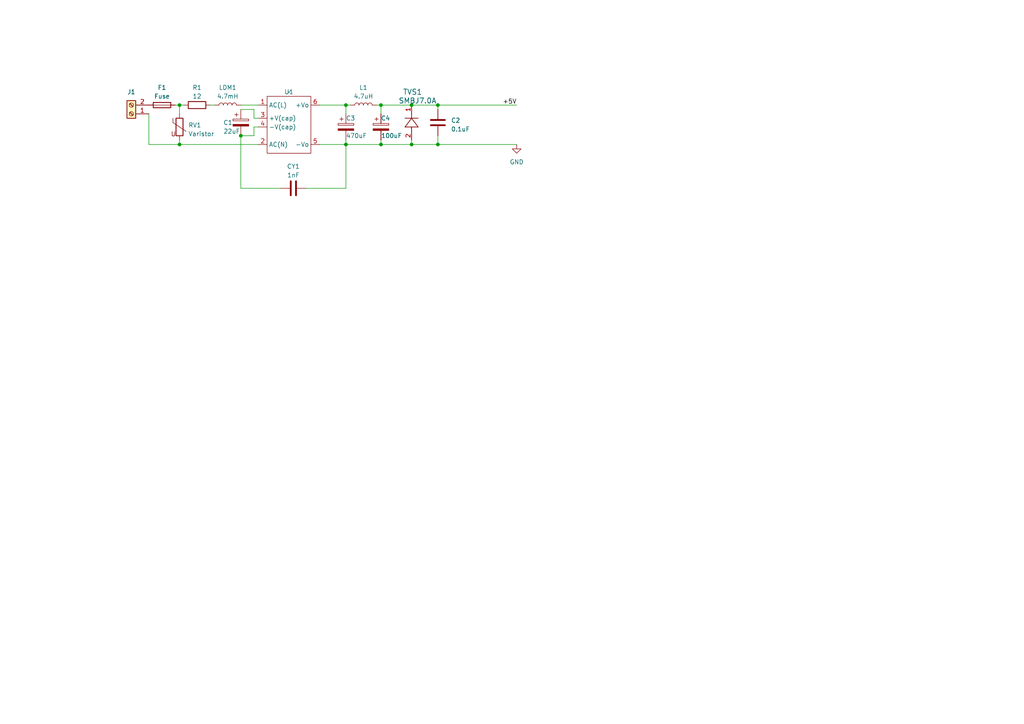
<source format=kicad_sch>
(kicad_sch (version 20230121) (generator eeschema)
  (paper "A4")
  (lib_symbols
    (symbol "2023-06-16_04-07-13:SMBJ7.0A" (pin_names (offset 0.254))
      (property "Reference" "CR" (at 5.08 4.445 0))
      (property "Value" "SMBJ7.0A" (at 5.08 -3.81 0))
      (symbol "SMBJ7.0A_1_1"
        (polyline (pts (xy 2.54 0) (xy 3.4798 0)) (stroke (width 0.2032)))
        (polyline (pts (xy 3.175 0) (xy 3.81 0)) (stroke (width 0.2032)))
        (polyline (pts (xy 3.81 -1.905) (xy 6.35 0)) (stroke (width 0.2032)))
        (polyline (pts (xy 3.81 1.905) (xy 3.81 -1.905)) (stroke (width 0.2032)))
        (polyline (pts (xy 6.35 -1.905) (xy 6.35 1.905)) (stroke (width 0.2032)))
        (polyline (pts (xy 6.35 0) (xy 3.81 1.905)) (stroke (width 0.2032)))
        (polyline (pts (xy 6.35 0) (xy 7.62 0)) (stroke (width 0.2032)))
        (pin unspecified line (at 10.16 0 180) (length 2.54) (name "") (number "1"))
        (pin unspecified line (at 0 0 0) (length 2.54) (name "") (number "2"))
      )
      (symbol "SMBJ7.0A_1_2"
        (polyline (pts (xy -1.905 3.81) (xy 1.905 3.81)) (stroke (width 0.2032)))
        (polyline (pts (xy 0 2.54) (xy 0 3.4798)) (stroke (width 0.2032)))
        (polyline (pts (xy 0 3.175) (xy 0 3.81)) (stroke (width 0.2032)))
        (polyline (pts (xy 0 6.35) (xy -1.905 3.81)) (stroke (width 0.2032)))
        (polyline (pts (xy 0 6.35) (xy 0 7.62)) (stroke (width 0.2032)))
        (polyline (pts (xy 1.905 3.81) (xy 0 6.35)) (stroke (width 0.2032)))
        (polyline (pts (xy 1.905 6.35) (xy -1.905 6.35)) (stroke (width 0.2032)))
        (pin unspecified line (at 0 10.16 270) (length 2.54) (name "") (number "1"))
        (pin unspecified line (at 0 0 90) (length 2.54) (name "") (number "2"))
      )
    )
    (symbol "Connector:Screw_Terminal_01x02" (pin_names (offset 1.016) hide)
      (property "Reference" "J" (at 0 2.54 0))
      (property "Value" "Screw_Terminal_01x02" (at 0 -5.08 0))
      (symbol "Screw_Terminal_01x02_1_1"
        (rectangle (start -1.27 1.27) (end 1.27 -3.81) (stroke (width 0.254)) (fill (type background)))
        (circle (center 0 -2.54) (radius 0.635) (stroke (width 0.1524)))
        (polyline (pts (xy -0.5334 -2.2098) (xy 0.3302 -3.048)) (stroke (width 0.1524)))
        (polyline (pts (xy -0.5334 0.3302) (xy 0.3302 -0.508)) (stroke (width 0.1524)))
        (polyline (pts (xy -0.3556 -2.032) (xy 0.508 -2.8702)) (stroke (width 0.1524)))
        (polyline (pts (xy -0.3556 0.508) (xy 0.508 -0.3302)) (stroke (width 0.1524)))
        (circle (center 0 0) (radius 0.635) (stroke (width 0.1524)))
        (pin passive line (at -5.08 0 0) (length 3.81) (name "Pin_1") (number "1"))
        (pin passive line (at -5.08 -2.54 0) (length 3.81) (name "Pin_2") (number "2"))
      )
    )
    (symbol "Device:C" (pin_numbers hide) (pin_names (offset 0.254))
      (property "Reference" "C" (at 0.635 2.54 0))
      (property "Value" "C" (at 0.635 -2.54 0))
      (symbol "C_0_1"
        (polyline (pts (xy -2.032 -0.762) (xy 2.032 -0.762)) (stroke (width 0.508)))
        (polyline (pts (xy -2.032 0.762) (xy 2.032 0.762)) (stroke (width 0.508)))
      )
      (symbol "C_1_1"
        (pin passive line (at 0 3.81 270) (length 2.794) (name "~") (number "1"))
        (pin passive line (at 0 -3.81 90) (length 2.794) (name "~") (number "2"))
      )
    )
    (symbol "Device:C_Polarized" (pin_numbers hide) (pin_names (offset 0.254))
      (property "Reference" "C" (at 0.635 2.54 0))
      (property "Value" "C_Polarized" (at 0.635 -2.54 0))
      (symbol "C_Polarized_0_1"
        (rectangle (start -2.286 0.508) (end 2.286 1.016))
        (polyline (pts (xy -1.778 2.286) (xy -0.762 2.286)))
        (polyline (pts (xy -1.27 2.794) (xy -1.27 1.778)))
        (rectangle (start 2.286 -0.508) (end -2.286 -1.016) (fill (type outline)))
      )
      (symbol "C_Polarized_1_1"
        (pin passive line (at 0 3.81 270) (length 2.794) (name "~") (number "1"))
        (pin passive line (at 0 -3.81 90) (length 2.794) (name "~") (number "2"))
      )
    )
    (symbol "Device:Fuse" (pin_numbers hide) (pin_names (offset 0))
      (property "Reference" "F" (at 2.032 0 90))
      (property "Value" "Fuse" (at -1.905 0 90))
      (symbol "Fuse_0_1"
        (rectangle (start -0.762 -2.54) (end 0.762 2.54) (stroke (width 0.254)))
        (polyline (pts (xy 0 2.54) (xy 0 -2.54)))
      )
      (symbol "Fuse_1_1"
        (pin passive line (at 0 3.81 270) (length 1.27) (name "~") (number "1"))
        (pin passive line (at 0 -3.81 90) (length 1.27) (name "~") (number "2"))
      )
    )
    (symbol "Device:L" (pin_numbers hide) (pin_names (offset 1.016) hide)
      (property "Reference" "L" (at -1.27 0 90))
      (property "Value" "L" (at 1.905 0 90))
      (symbol "L_0_1"
        (arc (start 0 -2.54) (mid 0.6323 -1.905) (end 0 -1.27))
        (arc (start 0 -1.27) (mid 0.6323 -0.635) (end 0 0))
        (arc (start 0 0) (mid 0.6323 0.635) (end 0 1.27))
        (arc (start 0 1.27) (mid 0.6323 1.905) (end 0 2.54))
      )
      (symbol "L_1_1"
        (pin passive line (at 0 3.81 270) (length 1.27) (name "1") (number "1"))
        (pin passive line (at 0 -3.81 90) (length 1.27) (name "2") (number "2"))
      )
    )
    (symbol "Device:R" (pin_numbers hide) (pin_names (offset 0))
      (property "Reference" "R" (at 2.032 0 90))
      (property "Value" "R" (at 0 0 90))
      (symbol "R_0_1"
        (rectangle (start -1.016 -2.54) (end 1.016 2.54) (stroke (width 0.254)))
      )
      (symbol "R_1_1"
        (pin passive line (at 0 3.81 270) (length 1.27) (name "~") (number "1"))
        (pin passive line (at 0 -3.81 90) (length 1.27) (name "~") (number "2"))
      )
    )
    (symbol "Device:Varistor" (pin_numbers hide) (pin_names (offset 0))
      (property "Reference" "RV" (at 3.175 0 90))
      (property "Value" "Varistor" (at -3.175 0 90))
      (symbol "Varistor_0_0"
        (text "U" (at -1.778 -2.032 0) (effects (font (size 1.27 1.27))))
      )
      (symbol "Varistor_0_1"
        (rectangle (start -1.016 -2.54) (end 1.016 2.54) (stroke (width 0.254)))
        (polyline (pts (xy -1.905 2.54) (xy -1.905 1.27) (xy 1.905 -1.27)))
      )
      (symbol "Varistor_1_1"
        (pin passive line (at 0 3.81 270) (length 1.27) (name "~") (number "1"))
        (pin passive line (at 0 -3.81 90) (length 1.27) (name "~") (number "2"))
      )
    )
    (symbol "Transformer:LS05-13B05R3"
      (property "Reference" "U" (at 0 0 0))
      (symbol "LS05-13B05R3_0_1"
        (rectangle (start -6.35 -1.27) (end 6.35 -17.78))
      )
      (symbol "LS05-13B05R3_1_1"
        (pin input line (at -8.89 -3.81 0) (length 2.54) (name "AC(L)") (number "1"))
        (pin input line (at -8.89 -15.24 0) (length 2.54) (name "AC(N)") (number "2"))
        (pin input line (at -8.89 -7.62 0) (length 2.54) (name "+V(cap)") (number "3"))
        (pin input line (at -8.89 -10.16 0) (length 2.54) (name "-V(cap)") (number "4"))
        (pin output line (at 8.89 -15.24 180) (length 2.54) (name "-Vo") (number "5"))
        (pin output line (at 8.89 -3.81 180) (length 2.54) (name "+Vo") (number "6"))
      )
    )
    (symbol "power:GND" (power) (pin_names (offset 0))
      (property "Value" "GND" (at 0 -3.81 0))
      (symbol "GND_0_1"
        (polyline (pts (xy 0 0) (xy 0 -1.27) (xy 1.27 -1.27) (xy 0 -2.54) (xy -1.27 -1.27) (xy 0 -1.27)))
      )
      (symbol "GND_1_1"
        (pin power_in line (at 0 0 270) (length 0) hide (name "GND") (number "1"))
      )
    )
  )
  (junction (at 100.33 30.48))
  (junction (at 119.38 41.91))
  (junction (at 119.38 30.48))
  (junction (at 110.49 41.91))
  (junction (at 52.07 30.48))
  (junction (at 127 30.48))
  (junction (at 127 41.91))
  (junction (at 69.85 39.37))
  (junction (at 100.33 41.91))
  (junction (at 52.07 41.91))
  (junction (at 110.49 30.48))
  (wire (pts (xy 100.33 54.61) (xy 100.33 41.91)))
  (wire (pts (xy 100.33 40.64) (xy 100.33 41.91)))
  (wire (pts (xy 110.49 40.64) (xy 110.49 41.91)))
  (wire (pts (xy 69.85 54.61) (xy 81.28 54.61)))
  (wire (pts (xy 74.93 41.91) (xy 52.07 41.91)))
  (wire (pts (xy 52.07 41.91) (xy 43.18 41.91)))
  (wire (pts (xy 110.49 41.91) (xy 119.38 41.91)))
  (wire (pts (xy 127 41.91) (xy 149.86 41.91)))
  (wire (pts (xy 88.9 54.61) (xy 100.33 54.61)))
  (wire (pts (xy 73.66 34.29) (xy 74.93 34.29)))
  (wire (pts (xy 119.38 40.64) (xy 119.38 41.91)))
  (wire (pts (xy 69.85 30.48) (xy 74.93 30.48)))
  (wire (pts (xy 69.85 39.37) (xy 73.66 39.37)))
  (wire (pts (xy 110.49 30.48) (xy 110.49 33.02)))
  (wire (pts (xy 60.96 30.48) (xy 62.23 30.48)))
  (wire (pts (xy 127 41.91) (xy 127 39.37)))
  (wire (pts (xy 73.66 31.75) (xy 69.85 31.75)))
  (wire (pts (xy 50.8 30.48) (xy 52.07 30.48)))
  (wire (pts (xy 69.85 39.37) (xy 69.85 54.61)))
  (wire (pts (xy 100.33 30.48) (xy 101.6 30.48)))
  (wire (pts (xy 92.71 30.48) (xy 100.33 30.48)))
  (wire (pts (xy 52.07 30.48) (xy 53.34 30.48)))
  (wire (pts (xy 100.33 41.91) (xy 110.49 41.91)))
  (wire (pts (xy 127 30.48) (xy 127 31.75)))
  (wire (pts (xy 73.66 36.83) (xy 74.93 36.83)))
  (wire (pts (xy 73.66 31.75) (xy 73.66 34.29)))
  (wire (pts (xy 73.66 39.37) (xy 73.66 36.83)))
  (wire (pts (xy 52.07 40.64) (xy 52.07 41.91)))
  (wire (pts (xy 119.38 30.48) (xy 127 30.48)))
  (wire (pts (xy 43.18 33.02) (xy 43.18 41.91)))
  (wire (pts (xy 100.33 30.48) (xy 100.33 33.02)))
  (wire (pts (xy 119.38 41.91) (xy 127 41.91)))
  (wire (pts (xy 92.71 41.91) (xy 100.33 41.91)))
  (wire (pts (xy 110.49 30.48) (xy 119.38 30.48)))
  (wire (pts (xy 127 30.48) (xy 149.86 30.48)))
  (wire (pts (xy 52.07 30.48) (xy 52.07 33.02)))
  (wire (pts (xy 109.22 30.48) (xy 110.49 30.48)))
  (label "+5V" (at 149.86 30.48 180))
  (symbol (lib_id "Connector:Screw_Terminal_01x02") (at 38.1 33.02 180) (unit 1)
    (property "Reference" "J1" (at 38.1 26.67 0))
    (property "Value" "Screw_Terminal_01x02" (effects hide))
    (property "Footprint" "TerminalBlock_Phoenix:TerminalBlock_Phoenix_MKDS-1,5-2_1x02_P5.00mm_Horizontal" (effects hide))
  )
  (symbol (lib_id "Device:Varistor") (at 52.07 36.83 0) (unit 1)
    (property "Reference" "RV1" (at 54.61 36.2942 0) (effects (justify left)))
    (property "Value" "Varistor" (at 54.61 38.8342 0) (effects (justify left)))
    (property "Footprint" "Varistor:RV_Disc_D12mm_W3.9mm_P7.5mm" (effects hide))
    (property "Sim.Name" "kicad_builtin_varistor" (effects hide))
    (property "Sim.Device" "SUBCKT" (effects hide))
    (property "Sim.Pins" "1=A 2=B" (effects hide))
    (property "Sim.Params" "threshold=1k" (effects hide))
    (property "Sim.Library" "${KICAD7_SYMBOL_DIR}/Simulation_SPICE.sp" (effects hide))
  )
  (symbol (lib_id "Device:C") (at 127 35.56 0) (unit 1)
    (property "Reference" "C2" (at 130.81 34.925 0) (effects (justify left)))
    (property "Value" "0.1uF" (at 130.81 37.465 0) (effects (justify left)))
    (property "Footprint" "Capacitor_SMD:C_0805_2012Metric" (effects hide))
  )
  (symbol (lib_id "Device:L") (at 66.04 30.48 90) (unit 1)
    (property "Reference" "LDM1" (at 66.04 25.4 90))
    (property "Value" "4.7mH" (at 66.04 27.94 90))
    (property "Footprint" "Inductor_THT:L_Radial_D7.8mm_P5.00mm_Fastron_07HCP" (effects hide))
  )
  (symbol (lib_id "Device:L") (at 105.41 30.48 90) (unit 1)
    (property "Reference" "L1" (at 105.41 25.4 90))
    (property "Value" "4.7uH" (at 105.41 27.94 90))
    (property "Footprint" "Inductor_SMD:L_Changjiang_FNR3021S" (effects hide))
  )
  (symbol (lib_id "Transformer:LS05-13B05R3") (at 83.82 26.67 0) (unit 1)
    (property "Reference" "U1" (at 83.82 26.67 0))
    (property "Value" "~" (at 83.82 26.67 0))
    (property "Footprint" "Transformer_THT:LS05-13B05R3" (effects hide))
  )
  (symbol (lib_id "Device:C_Polarized") (at 110.49 36.83 0) (unit 1)
    (property "Reference" "C4" (at 110.49 34.29 0) (effects (justify left)))
    (property "Value" "100uF" (at 110.49 39.37 0) (effects (justify left)))
    (property "Footprint" "Capacitor_SMD:CP_Elec_6.3x7.7" (effects hide))
  )
  (symbol (lib_id "Device:Fuse") (at 46.99 30.48 90) (unit 1)
    (property "Reference" "F1" (at 46.99 25.4 90))
    (property "Value" "Fuse" (at 46.99 27.94 90))
    (property "Footprint" "fuse:FUSE_SS-5H-1A_EAT" (effects hide))
  )
  (symbol (lib_id "power:GND") (at 149.86 41.91 0) (unit 1)
    (property "Reference" "#PWR01" (effects hide))
    (property "Value" "GND" (at 149.86 46.99 0))
  )
  (symbol (lib_id "2023-06-16_04-07-13:SMBJ7.0A") (at 119.38 40.64 90) (unit 1)
    (property "Reference" "TVS1" (at 116.84 26.67 90) (effects (font (size 1.524 1.524)) (justify right)))
    (property "Value" "SMBJ7.0A" (at 115.57 29.21 90) (effects (font (size 1.524 1.524)) (justify right)))
    (property "Footprint" "footprints:SMBJSeries_LTF" (effects hide))
    (property "Datasheet" "SMBJ7.0A" (effects hide))
  )
  (symbol (lib_id "Device:C_Polarized") (at 69.85 35.56 0) (unit 1)
    (property "Reference" "C1" (at 64.77 35.56 0) (effects (justify left)))
    (property "Value" "22uF" (at 64.77 38.1 0) (effects (justify left)))
    (property "Footprint" "Capacitor_THT:CP_Radial_D12.5mm_P5.00mm" (effects hide))
  )
  (symbol (lib_id "Device:R") (at 57.15 30.48 90) (unit 1)
    (property "Reference" "R1" (at 57.15 25.4 90))
    (property "Value" "12" (at 57.15 27.94 90))
    (property "Footprint" "Resistor_THT:R_Axial_DIN0414_L11.9mm_D4.5mm_P15.24mm_Horizontal" (effects hide))
  )
  (symbol (lib_id "Device:C_Polarized") (at 100.33 36.83 0) (unit 1)
    (property "Reference" "C3" (at 100.33 34.29 0) (effects (justify left)))
    (property "Value" "470uF" (at 100.33 39.37 0) (effects (justify left)))
    (property "Footprint" "Capacitor_THT:CP_Radial_D8.0mm_P3.50mm" (effects hide))
  )
  (symbol (lib_id "Device:C") (at 85.09 54.61 90) (unit 1)
    (property "Reference" "CY1" (at 85.09 48.26 90))
    (property "Value" "1nF" (at 85.09 50.8 90))
    (property "Footprint" "Capacitor_THT:C_Disc_D8.0mm_W5.0mm_P7.50mm" (effects hide))
  )
)
</source>
